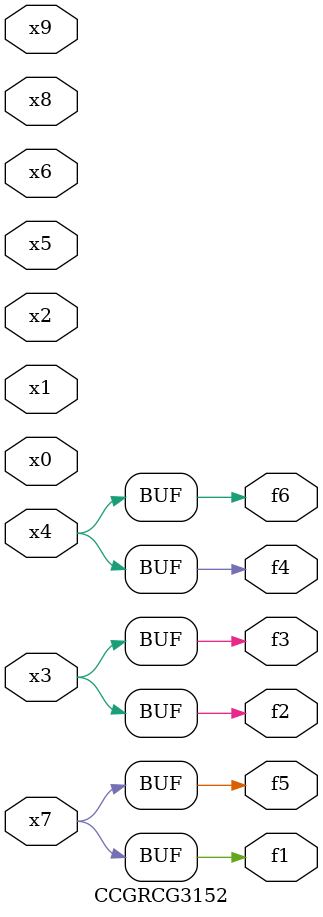
<source format=v>
module CCGRCG3152(
	input x0, x1, x2, x3, x4, x5, x6, x7, x8, x9,
	output f1, f2, f3, f4, f5, f6
);
	assign f1 = x7;
	assign f2 = x3;
	assign f3 = x3;
	assign f4 = x4;
	assign f5 = x7;
	assign f6 = x4;
endmodule

</source>
